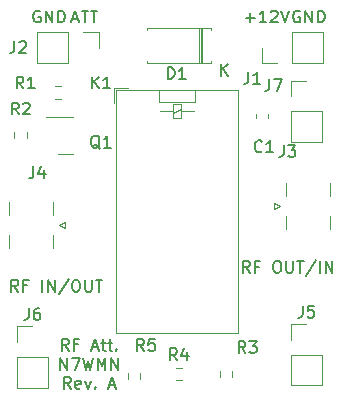
<source format=gbr>
%TF.GenerationSoftware,KiCad,Pcbnew,(6.0.10)*%
%TF.CreationDate,2023-01-04T10:17:45-08:00*%
%TF.ProjectId,attenuator,61747465-6e75-4617-946f-722e6b696361,rev?*%
%TF.SameCoordinates,PX3f52f00PY6dac2c0*%
%TF.FileFunction,Legend,Top*%
%TF.FilePolarity,Positive*%
%FSLAX46Y46*%
G04 Gerber Fmt 4.6, Leading zero omitted, Abs format (unit mm)*
G04 Created by KiCad (PCBNEW (6.0.10)) date 2023-01-04 10:17:45*
%MOMM*%
%LPD*%
G01*
G04 APERTURE LIST*
%ADD10C,0.150000*%
%ADD11C,0.120000*%
G04 APERTURE END LIST*
D10*
X20985714Y11347620D02*
X20652380Y11823810D01*
X20414285Y11347620D02*
X20414285Y12347620D01*
X20795238Y12347620D01*
X20890476Y12300000D01*
X20938095Y12252381D01*
X20985714Y12157143D01*
X20985714Y12014286D01*
X20938095Y11919048D01*
X20890476Y11871429D01*
X20795238Y11823810D01*
X20414285Y11823810D01*
X21747619Y11871429D02*
X21414285Y11871429D01*
X21414285Y11347620D02*
X21414285Y12347620D01*
X21890476Y12347620D01*
X23223809Y12347620D02*
X23414285Y12347620D01*
X23509523Y12300000D01*
X23604761Y12204762D01*
X23652380Y12014286D01*
X23652380Y11680953D01*
X23604761Y11490477D01*
X23509523Y11395239D01*
X23414285Y11347620D01*
X23223809Y11347620D01*
X23128571Y11395239D01*
X23033333Y11490477D01*
X22985714Y11680953D01*
X22985714Y12014286D01*
X23033333Y12204762D01*
X23128571Y12300000D01*
X23223809Y12347620D01*
X24080952Y12347620D02*
X24080952Y11538096D01*
X24128571Y11442858D01*
X24176190Y11395239D01*
X24271428Y11347620D01*
X24461904Y11347620D01*
X24557142Y11395239D01*
X24604761Y11442858D01*
X24652380Y11538096D01*
X24652380Y12347620D01*
X24985714Y12347620D02*
X25557142Y12347620D01*
X25271428Y11347620D02*
X25271428Y12347620D01*
X26604761Y12395239D02*
X25747619Y11109524D01*
X26938095Y11347620D02*
X26938095Y12347620D01*
X27414285Y11347620D02*
X27414285Y12347620D01*
X27985714Y11347620D01*
X27985714Y12347620D01*
X1385714Y9747620D02*
X1052380Y10223810D01*
X814285Y9747620D02*
X814285Y10747620D01*
X1195238Y10747620D01*
X1290476Y10700000D01*
X1338095Y10652381D01*
X1385714Y10557143D01*
X1385714Y10414286D01*
X1338095Y10319048D01*
X1290476Y10271429D01*
X1195238Y10223810D01*
X814285Y10223810D01*
X2147619Y10271429D02*
X1814285Y10271429D01*
X1814285Y9747620D02*
X1814285Y10747620D01*
X2290476Y10747620D01*
X3433333Y9747620D02*
X3433333Y10747620D01*
X3909523Y9747620D02*
X3909523Y10747620D01*
X4480952Y9747620D01*
X4480952Y10747620D01*
X5671428Y10795239D02*
X4814285Y9509524D01*
X6195238Y10747620D02*
X6385714Y10747620D01*
X6480952Y10700000D01*
X6576190Y10604762D01*
X6623809Y10414286D01*
X6623809Y10080953D01*
X6576190Y9890477D01*
X6480952Y9795239D01*
X6385714Y9747620D01*
X6195238Y9747620D01*
X6100000Y9795239D01*
X6004761Y9890477D01*
X5957142Y10080953D01*
X5957142Y10414286D01*
X6004761Y10604762D01*
X6100000Y10700000D01*
X6195238Y10747620D01*
X7052380Y10747620D02*
X7052380Y9938096D01*
X7100000Y9842858D01*
X7147619Y9795239D01*
X7242857Y9747620D01*
X7433333Y9747620D01*
X7528571Y9795239D01*
X7576190Y9842858D01*
X7623809Y9938096D01*
X7623809Y10747620D01*
X7957142Y10747620D02*
X8528571Y10747620D01*
X8242857Y9747620D02*
X8242857Y10747620D01*
X25238095Y33500000D02*
X25142857Y33547620D01*
X25000000Y33547620D01*
X24857142Y33500000D01*
X24761904Y33404762D01*
X24714285Y33309524D01*
X24666666Y33119048D01*
X24666666Y32976191D01*
X24714285Y32785715D01*
X24761904Y32690477D01*
X24857142Y32595239D01*
X25000000Y32547620D01*
X25095238Y32547620D01*
X25238095Y32595239D01*
X25285714Y32642858D01*
X25285714Y32976191D01*
X25095238Y32976191D01*
X25714285Y32547620D02*
X25714285Y33547620D01*
X26285714Y32547620D01*
X26285714Y33547620D01*
X26761904Y32547620D02*
X26761904Y33547620D01*
X27000000Y33547620D01*
X27142857Y33500000D01*
X27238095Y33404762D01*
X27285714Y33309524D01*
X27333333Y33119048D01*
X27333333Y32976191D01*
X27285714Y32785715D01*
X27238095Y32690477D01*
X27142857Y32595239D01*
X27000000Y32547620D01*
X26761904Y32547620D01*
X20638095Y32928572D02*
X21400000Y32928572D01*
X21019047Y32547620D02*
X21019047Y33309524D01*
X22400000Y32547620D02*
X21828571Y32547620D01*
X22114285Y32547620D02*
X22114285Y33547620D01*
X22019047Y33404762D01*
X21923809Y33309524D01*
X21828571Y33261905D01*
X22780952Y33452381D02*
X22828571Y33500000D01*
X22923809Y33547620D01*
X23161904Y33547620D01*
X23257142Y33500000D01*
X23304761Y33452381D01*
X23352380Y33357143D01*
X23352380Y33261905D01*
X23304761Y33119048D01*
X22733333Y32547620D01*
X23352380Y32547620D01*
X23638095Y33547620D02*
X23971428Y32547620D01*
X24304761Y33547620D01*
X3238095Y33500000D02*
X3142857Y33547620D01*
X3000000Y33547620D01*
X2857142Y33500000D01*
X2761904Y33404762D01*
X2714285Y33309524D01*
X2666666Y33119048D01*
X2666666Y32976191D01*
X2714285Y32785715D01*
X2761904Y32690477D01*
X2857142Y32595239D01*
X3000000Y32547620D01*
X3095238Y32547620D01*
X3238095Y32595239D01*
X3285714Y32642858D01*
X3285714Y32976191D01*
X3095238Y32976191D01*
X3714285Y32547620D02*
X3714285Y33547620D01*
X4285714Y32547620D01*
X4285714Y33547620D01*
X4761904Y32547620D02*
X4761904Y33547620D01*
X5000000Y33547620D01*
X5142857Y33500000D01*
X5238095Y33404762D01*
X5285714Y33309524D01*
X5333333Y33119048D01*
X5333333Y32976191D01*
X5285714Y32785715D01*
X5238095Y32690477D01*
X5142857Y32595239D01*
X5000000Y32547620D01*
X4761904Y32547620D01*
X6000000Y32833334D02*
X6476190Y32833334D01*
X5904761Y32547620D02*
X6238095Y33547620D01*
X6571428Y32547620D01*
X6761904Y33547620D02*
X7333333Y33547620D01*
X7047619Y32547620D02*
X7047619Y33547620D01*
X7523809Y33547620D02*
X8095238Y33547620D01*
X7809523Y32547620D02*
X7809523Y33547620D01*
X5661904Y4757620D02*
X5328571Y5233810D01*
X5090476Y4757620D02*
X5090476Y5757620D01*
X5471428Y5757620D01*
X5566666Y5710000D01*
X5614285Y5662381D01*
X5661904Y5567143D01*
X5661904Y5424286D01*
X5614285Y5329048D01*
X5566666Y5281429D01*
X5471428Y5233810D01*
X5090476Y5233810D01*
X6423809Y5281429D02*
X6090476Y5281429D01*
X6090476Y4757620D02*
X6090476Y5757620D01*
X6566666Y5757620D01*
X7661904Y5043334D02*
X8138095Y5043334D01*
X7566666Y4757620D02*
X7900000Y5757620D01*
X8233333Y4757620D01*
X8423809Y5424286D02*
X8804761Y5424286D01*
X8566666Y5757620D02*
X8566666Y4900477D01*
X8614285Y4805239D01*
X8709523Y4757620D01*
X8804761Y4757620D01*
X8995238Y5424286D02*
X9376190Y5424286D01*
X9138095Y5757620D02*
X9138095Y4900477D01*
X9185714Y4805239D01*
X9280952Y4757620D01*
X9376190Y4757620D01*
X9709523Y4852858D02*
X9757142Y4805239D01*
X9709523Y4757620D01*
X9661904Y4805239D01*
X9709523Y4852858D01*
X9709523Y4757620D01*
X4971428Y3147620D02*
X4971428Y4147620D01*
X5542857Y3147620D01*
X5542857Y4147620D01*
X5923809Y4147620D02*
X6590476Y4147620D01*
X6161904Y3147620D01*
X6876190Y4147620D02*
X7114285Y3147620D01*
X7304761Y3861905D01*
X7495238Y3147620D01*
X7733333Y4147620D01*
X8114285Y3147620D02*
X8114285Y4147620D01*
X8447619Y3433334D01*
X8780952Y4147620D01*
X8780952Y3147620D01*
X9257142Y3147620D02*
X9257142Y4147620D01*
X9828571Y3147620D01*
X9828571Y4147620D01*
X5852380Y1537620D02*
X5519047Y2013810D01*
X5280952Y1537620D02*
X5280952Y2537620D01*
X5661904Y2537620D01*
X5757142Y2490000D01*
X5804761Y2442381D01*
X5852380Y2347143D01*
X5852380Y2204286D01*
X5804761Y2109048D01*
X5757142Y2061429D01*
X5661904Y2013810D01*
X5280952Y2013810D01*
X6661904Y1585239D02*
X6566666Y1537620D01*
X6376190Y1537620D01*
X6280952Y1585239D01*
X6233333Y1680477D01*
X6233333Y2061429D01*
X6280952Y2156667D01*
X6376190Y2204286D01*
X6566666Y2204286D01*
X6661904Y2156667D01*
X6709523Y2061429D01*
X6709523Y1966191D01*
X6233333Y1870953D01*
X7042857Y2204286D02*
X7280952Y1537620D01*
X7519047Y2204286D01*
X7900000Y1632858D02*
X7947619Y1585239D01*
X7900000Y1537620D01*
X7852380Y1585239D01*
X7900000Y1632858D01*
X7900000Y1537620D01*
X9090476Y1823334D02*
X9566666Y1823334D01*
X8995238Y1537620D02*
X9328571Y2537620D01*
X9661904Y1537620D01*
%TO.C,J7*%
X22666666Y27747620D02*
X22666666Y27033334D01*
X22619047Y26890477D01*
X22523809Y26795239D01*
X22380952Y26747620D01*
X22285714Y26747620D01*
X23047619Y27747620D02*
X23714285Y27747620D01*
X23285714Y26747620D01*
%TO.C,J6*%
X2266666Y8352620D02*
X2266666Y7638334D01*
X2219047Y7495477D01*
X2123809Y7400239D01*
X1980952Y7352620D01*
X1885714Y7352620D01*
X3171428Y8352620D02*
X2980952Y8352620D01*
X2885714Y8305000D01*
X2838095Y8257381D01*
X2742857Y8114524D01*
X2695238Y7924048D01*
X2695238Y7543096D01*
X2742857Y7447858D01*
X2790476Y7400239D01*
X2885714Y7352620D01*
X3076190Y7352620D01*
X3171428Y7400239D01*
X3219047Y7447858D01*
X3266666Y7543096D01*
X3266666Y7781191D01*
X3219047Y7876429D01*
X3171428Y7924048D01*
X3076190Y7971667D01*
X2885714Y7971667D01*
X2790476Y7924048D01*
X2742857Y7876429D01*
X2695238Y7781191D01*
%TO.C,J5*%
X25466666Y8552620D02*
X25466666Y7838334D01*
X25419047Y7695477D01*
X25323809Y7600239D01*
X25180952Y7552620D01*
X25085714Y7552620D01*
X26419047Y8552620D02*
X25942857Y8552620D01*
X25895238Y8076429D01*
X25942857Y8124048D01*
X26038095Y8171667D01*
X26276190Y8171667D01*
X26371428Y8124048D01*
X26419047Y8076429D01*
X26466666Y7981191D01*
X26466666Y7743096D01*
X26419047Y7647858D01*
X26371428Y7600239D01*
X26276190Y7552620D01*
X26038095Y7552620D01*
X25942857Y7600239D01*
X25895238Y7647858D01*
%TO.C,J2*%
X1066666Y30947620D02*
X1066666Y30233334D01*
X1019047Y30090477D01*
X923809Y29995239D01*
X780952Y29947620D01*
X685714Y29947620D01*
X1495238Y30852381D02*
X1542857Y30900000D01*
X1638095Y30947620D01*
X1876190Y30947620D01*
X1971428Y30900000D01*
X2019047Y30852381D01*
X2066666Y30757143D01*
X2066666Y30661905D01*
X2019047Y30519048D01*
X1447619Y29947620D01*
X2066666Y29947620D01*
%TO.C,J1*%
X20866666Y28347620D02*
X20866666Y27633334D01*
X20819047Y27490477D01*
X20723809Y27395239D01*
X20580952Y27347620D01*
X20485714Y27347620D01*
X21866666Y27347620D02*
X21295238Y27347620D01*
X21580952Y27347620D02*
X21580952Y28347620D01*
X21485714Y28204762D01*
X21390476Y28109524D01*
X21295238Y28061905D01*
%TO.C,R5*%
X12033333Y4747620D02*
X11700000Y5223810D01*
X11461904Y4747620D02*
X11461904Y5747620D01*
X11842857Y5747620D01*
X11938095Y5700000D01*
X11985714Y5652381D01*
X12033333Y5557143D01*
X12033333Y5414286D01*
X11985714Y5319048D01*
X11938095Y5271429D01*
X11842857Y5223810D01*
X11461904Y5223810D01*
X12938095Y5747620D02*
X12461904Y5747620D01*
X12414285Y5271429D01*
X12461904Y5319048D01*
X12557142Y5366667D01*
X12795238Y5366667D01*
X12890476Y5319048D01*
X12938095Y5271429D01*
X12985714Y5176191D01*
X12985714Y4938096D01*
X12938095Y4842858D01*
X12890476Y4795239D01*
X12795238Y4747620D01*
X12557142Y4747620D01*
X12461904Y4795239D01*
X12414285Y4842858D01*
%TO.C,R4*%
X14833333Y3947620D02*
X14500000Y4423810D01*
X14261904Y3947620D02*
X14261904Y4947620D01*
X14642857Y4947620D01*
X14738095Y4900000D01*
X14785714Y4852381D01*
X14833333Y4757143D01*
X14833333Y4614286D01*
X14785714Y4519048D01*
X14738095Y4471429D01*
X14642857Y4423810D01*
X14261904Y4423810D01*
X15690476Y4614286D02*
X15690476Y3947620D01*
X15452380Y4995239D02*
X15214285Y4280953D01*
X15833333Y4280953D01*
%TO.C,R3*%
X20633333Y4547620D02*
X20300000Y5023810D01*
X20061904Y4547620D02*
X20061904Y5547620D01*
X20442857Y5547620D01*
X20538095Y5500000D01*
X20585714Y5452381D01*
X20633333Y5357143D01*
X20633333Y5214286D01*
X20585714Y5119048D01*
X20538095Y5071429D01*
X20442857Y5023810D01*
X20061904Y5023810D01*
X20966666Y5547620D02*
X21585714Y5547620D01*
X21252380Y5166667D01*
X21395238Y5166667D01*
X21490476Y5119048D01*
X21538095Y5071429D01*
X21585714Y4976191D01*
X21585714Y4738096D01*
X21538095Y4642858D01*
X21490476Y4595239D01*
X21395238Y4547620D01*
X21109523Y4547620D01*
X21014285Y4595239D01*
X20966666Y4642858D01*
%TO.C,R2*%
X1433333Y24747620D02*
X1100000Y25223810D01*
X861904Y24747620D02*
X861904Y25747620D01*
X1242857Y25747620D01*
X1338095Y25700000D01*
X1385714Y25652381D01*
X1433333Y25557143D01*
X1433333Y25414286D01*
X1385714Y25319048D01*
X1338095Y25271429D01*
X1242857Y25223810D01*
X861904Y25223810D01*
X1814285Y25652381D02*
X1861904Y25700000D01*
X1957142Y25747620D01*
X2195238Y25747620D01*
X2290476Y25700000D01*
X2338095Y25652381D01*
X2385714Y25557143D01*
X2385714Y25461905D01*
X2338095Y25319048D01*
X1766666Y24747620D01*
X2385714Y24747620D01*
%TO.C,R1*%
X1833333Y26947620D02*
X1500000Y27423810D01*
X1261904Y26947620D02*
X1261904Y27947620D01*
X1642857Y27947620D01*
X1738095Y27900000D01*
X1785714Y27852381D01*
X1833333Y27757143D01*
X1833333Y27614286D01*
X1785714Y27519048D01*
X1738095Y27471429D01*
X1642857Y27423810D01*
X1261904Y27423810D01*
X2785714Y26947620D02*
X2214285Y26947620D01*
X2500000Y26947620D02*
X2500000Y27947620D01*
X2404761Y27804762D01*
X2309523Y27709524D01*
X2214285Y27661905D01*
%TO.C,Q1*%
X8304761Y21852381D02*
X8209523Y21900000D01*
X8114285Y21995239D01*
X7971428Y22138096D01*
X7876190Y22185715D01*
X7780952Y22185715D01*
X7828571Y21947620D02*
X7733333Y21995239D01*
X7638095Y22090477D01*
X7590476Y22280953D01*
X7590476Y22614286D01*
X7638095Y22804762D01*
X7733333Y22900000D01*
X7828571Y22947620D01*
X8019047Y22947620D01*
X8114285Y22900000D01*
X8209523Y22804762D01*
X8257142Y22614286D01*
X8257142Y22280953D01*
X8209523Y22090477D01*
X8114285Y21995239D01*
X8019047Y21947620D01*
X7828571Y21947620D01*
X9209523Y21947620D02*
X8638095Y21947620D01*
X8923809Y21947620D02*
X8923809Y22947620D01*
X8828571Y22804762D01*
X8733333Y22709524D01*
X8638095Y22661905D01*
%TO.C,K1*%
X7661904Y26947620D02*
X7661904Y27947620D01*
X8233333Y26947620D02*
X7804761Y27519048D01*
X8233333Y27947620D02*
X7661904Y27376191D01*
X9185714Y26947620D02*
X8614285Y26947620D01*
X8900000Y26947620D02*
X8900000Y27947620D01*
X8804761Y27804762D01*
X8709523Y27709524D01*
X8614285Y27661905D01*
%TO.C,J4*%
X2666666Y20347620D02*
X2666666Y19633334D01*
X2619047Y19490477D01*
X2523809Y19395239D01*
X2380952Y19347620D01*
X2285714Y19347620D01*
X3571428Y20014286D02*
X3571428Y19347620D01*
X3333333Y20395239D02*
X3095238Y19680953D01*
X3714285Y19680953D01*
%TO.C,J3*%
X23866666Y22147620D02*
X23866666Y21433334D01*
X23819047Y21290477D01*
X23723809Y21195239D01*
X23580952Y21147620D01*
X23485714Y21147620D01*
X24247619Y22147620D02*
X24866666Y22147620D01*
X24533333Y21766667D01*
X24676190Y21766667D01*
X24771428Y21719048D01*
X24819047Y21671429D01*
X24866666Y21576191D01*
X24866666Y21338096D01*
X24819047Y21242858D01*
X24771428Y21195239D01*
X24676190Y21147620D01*
X24390476Y21147620D01*
X24295238Y21195239D01*
X24247619Y21242858D01*
%TO.C,D1*%
X14061904Y27747620D02*
X14061904Y28747620D01*
X14300000Y28747620D01*
X14442857Y28700000D01*
X14538095Y28604762D01*
X14585714Y28509524D01*
X14633333Y28319048D01*
X14633333Y28176191D01*
X14585714Y27985715D01*
X14538095Y27890477D01*
X14442857Y27795239D01*
X14300000Y27747620D01*
X14061904Y27747620D01*
X15585714Y27747620D02*
X15014285Y27747620D01*
X15300000Y27747620D02*
X15300000Y28747620D01*
X15204761Y28604762D01*
X15109523Y28509524D01*
X15014285Y28461905D01*
X18558095Y28047620D02*
X18558095Y29047620D01*
X19129523Y28047620D02*
X18700952Y28619048D01*
X19129523Y29047620D02*
X18558095Y28476191D01*
%TO.C,C1*%
X22033333Y21642858D02*
X21985714Y21595239D01*
X21842857Y21547620D01*
X21747619Y21547620D01*
X21604761Y21595239D01*
X21509523Y21690477D01*
X21461904Y21785715D01*
X21414285Y21976191D01*
X21414285Y22119048D01*
X21461904Y22309524D01*
X21509523Y22404762D01*
X21604761Y22500000D01*
X21747619Y22547620D01*
X21842857Y22547620D01*
X21985714Y22500000D01*
X22033333Y22452381D01*
X22985714Y21547620D02*
X22414285Y21547620D01*
X22700000Y21547620D02*
X22700000Y22547620D01*
X22604761Y22404762D01*
X22509523Y22309524D01*
X22414285Y22261905D01*
D11*
%TO.C,J7*%
X24470000Y26275000D02*
X24470000Y27605000D01*
X24470000Y22405000D02*
X27130000Y22405000D01*
X24470000Y25005000D02*
X24470000Y22405000D01*
X24470000Y25005000D02*
X27130000Y25005000D01*
X24470000Y27605000D02*
X25800000Y27605000D01*
X27130000Y25005000D02*
X27130000Y22405000D01*
%TO.C,J6*%
X1270000Y5475000D02*
X1270000Y6805000D01*
X1270000Y1605000D02*
X3930000Y1605000D01*
X1270000Y4205000D02*
X1270000Y1605000D01*
X1270000Y4205000D02*
X3930000Y4205000D01*
X1270000Y6805000D02*
X2600000Y6805000D01*
X3930000Y4205000D02*
X3930000Y1605000D01*
%TO.C,J5*%
X24470000Y5675000D02*
X24470000Y7005000D01*
X24470000Y1805000D02*
X27130000Y1805000D01*
X24470000Y4405000D02*
X24470000Y1805000D01*
X24470000Y4405000D02*
X27130000Y4405000D01*
X24470000Y7005000D02*
X25800000Y7005000D01*
X27130000Y4405000D02*
X27130000Y1805000D01*
%TO.C,J2*%
X6875000Y31730000D02*
X8205000Y31730000D01*
X3005000Y31730000D02*
X3005000Y29070000D01*
X5605000Y31730000D02*
X3005000Y31730000D01*
X5605000Y31730000D02*
X5605000Y29070000D01*
X8205000Y31730000D02*
X8205000Y30400000D01*
X5605000Y29070000D02*
X3005000Y29070000D01*
%TO.C,J1*%
X24595000Y31730000D02*
X27195000Y31730000D01*
X21995000Y29070000D02*
X21995000Y30400000D01*
X24595000Y29070000D02*
X24595000Y31730000D01*
X24595000Y29070000D02*
X27195000Y29070000D01*
X27195000Y29070000D02*
X27195000Y31730000D01*
X23325000Y29070000D02*
X21995000Y29070000D01*
%TO.C,R5*%
X11722500Y2854724D02*
X11722500Y2345276D01*
X10677500Y2854724D02*
X10677500Y2345276D01*
%TO.C,R4*%
X15254724Y3322500D02*
X14745276Y3322500D01*
X15254724Y2277500D02*
X14745276Y2277500D01*
%TO.C,R3*%
X19522500Y3054724D02*
X19522500Y2545276D01*
X18477500Y3054724D02*
X18477500Y2545276D01*
%TO.C,R2*%
X2122500Y23254724D02*
X2122500Y22745276D01*
X1077500Y23254724D02*
X1077500Y22745276D01*
%TO.C,R1*%
X5054724Y26077500D02*
X4545276Y26077500D01*
X5054724Y27122500D02*
X4545276Y27122500D01*
%TO.C,Q1*%
X5400000Y24560000D02*
X6050000Y24560000D01*
X5400000Y21440000D02*
X6050000Y21440000D01*
X5400000Y24560000D02*
X3725000Y24560000D01*
X5400000Y21440000D02*
X4750000Y21440000D01*
%TO.C,K1*%
X15207500Y24447500D02*
X15207500Y25647500D01*
X14507500Y24847500D02*
X15207500Y25247500D01*
X9497500Y25707500D02*
X9497500Y27007500D01*
X9657500Y6267500D02*
X20037500Y6267500D01*
X14507500Y24447500D02*
X15207500Y24447500D01*
X20037500Y26857500D02*
X9657500Y26857500D01*
X9657500Y26857500D02*
X9657500Y6267500D01*
X14507500Y25017500D02*
X13407500Y25017500D01*
X15207500Y25647500D02*
X14507500Y25647500D01*
X15207500Y25017500D02*
X16307500Y25017500D01*
X13337500Y25797500D02*
X16337500Y25797500D01*
X16337500Y25797500D02*
X16337500Y26857500D01*
X14507500Y25647500D02*
X14507500Y24447500D01*
X20037500Y6267500D02*
X20037500Y26857500D01*
X9497500Y27007500D02*
X10707500Y27007500D01*
X13337500Y26857500D02*
X13337500Y25817500D01*
%TO.C,J4*%
X4310000Y17350000D02*
X4310000Y16240000D01*
X5360000Y15150000D02*
X5360000Y15650000D01*
X600000Y14560000D02*
X600000Y13450000D01*
X4860000Y15400000D02*
X5360000Y15150000D01*
X5360000Y15650000D02*
X4860000Y15400000D01*
X600000Y17350000D02*
X600000Y16240000D01*
X4310000Y14560000D02*
X4310000Y13450000D01*
%TO.C,J3*%
X24090000Y15050000D02*
X24090000Y16160000D01*
X23040000Y17250000D02*
X23040000Y16750000D01*
X27800000Y17840000D02*
X27800000Y18950000D01*
X23540000Y17000000D02*
X23040000Y17250000D01*
X23040000Y16750000D02*
X23540000Y17000000D01*
X27800000Y15050000D02*
X27800000Y16160000D01*
X24090000Y17840000D02*
X24090000Y18950000D01*
%TO.C,D1*%
X16950000Y29130000D02*
X16950000Y32070000D01*
X17730000Y29130000D02*
X12290000Y29130000D01*
X16710000Y29130000D02*
X16710000Y32070000D01*
X12290000Y29130000D02*
X12290000Y29260000D01*
X16830000Y29130000D02*
X16830000Y32070000D01*
X17730000Y32070000D02*
X12290000Y32070000D01*
X12290000Y32070000D02*
X12290000Y31940000D01*
X17730000Y31940000D02*
X17730000Y32070000D01*
X17730000Y29260000D02*
X17730000Y29130000D01*
%TO.C,C1*%
X22510000Y24746267D02*
X22510000Y24453733D01*
X21490000Y24746267D02*
X21490000Y24453733D01*
%TD*%
M02*

</source>
